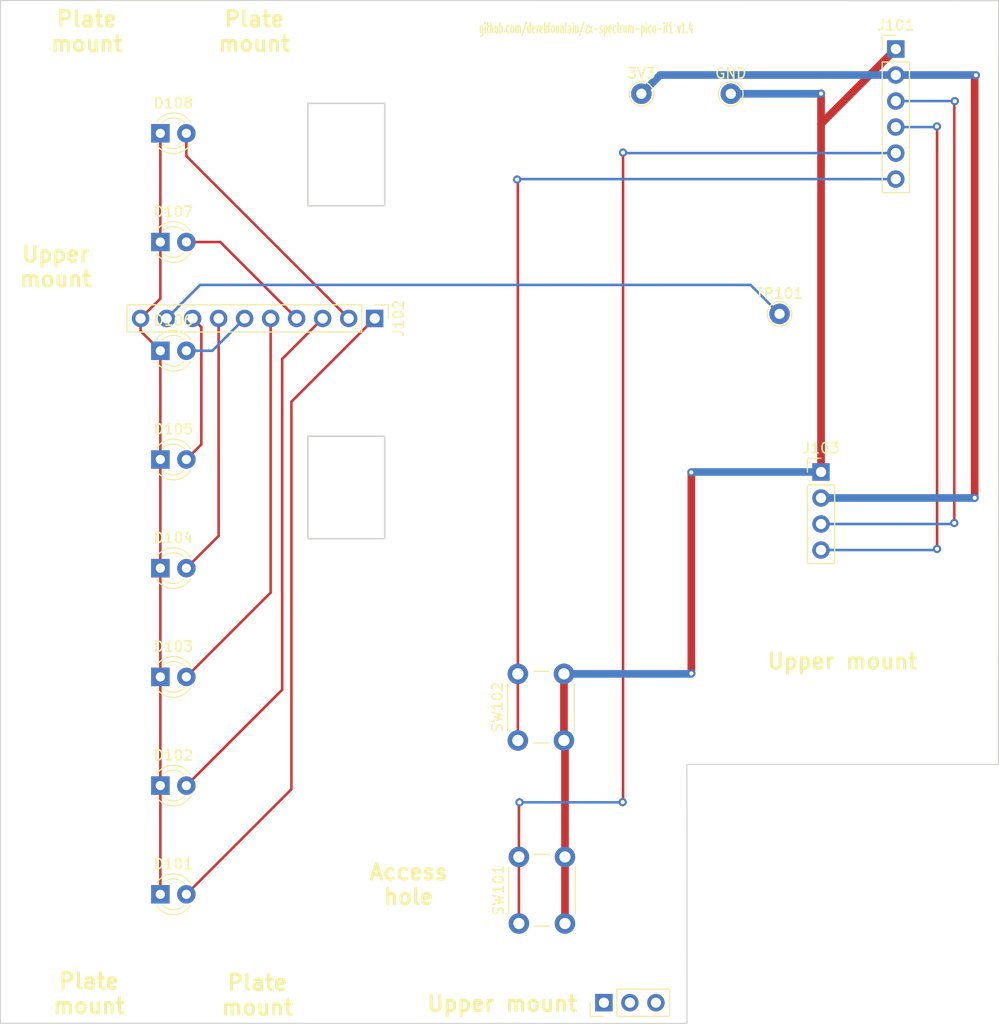
<source format=kicad_pcb>
(kicad_pcb (version 20211014) (generator pcbnew)
  (layers (0 "F.Cu" signal) (31 "B.Cu" signal) (34 "B.Paste" user) (35 "F.Paste" user) (36 "B.SilkS" user "B.Silkscreen") (37 "F.SilkS" user "F.Silkscreen") (38 "B.Mask" user) (39 "F.Mask" user) (44 "Edge.Cuts" user))
  (net 0 "")
  (net 1 "LEDS_RETURN")
  (net 2 "MD0_LED")
  (net 3 "MD2_LED")
  (net 4 "MD4_LED")
  (net 5 "MD6_LED")
  (net 6 "MD7_LED")
  (net 7 "MD5_LED")
  (net 8 "MD3_LED")
  (net 9 "MD1_LED")
  (net 10 "GND")
  (net 11 "3V3_PICO3")
  (net 12 "OLED_SCK")
  (net 13 "OLED_SDA")
  (net 14 "ACTION_SW")
  (net 15 "CANCEL_SW")
  (net 16 "TEST_BLIPPER_P3")
  (footprint "MountingHole:MountingHole_3.2mm_M3" (layer "F.Cu") (at 130.06 139.450113)
    (fp_text reference "REF**" hide)
    (fp_text value "MountingHole_3.2mm_M3" hide)
    (pad "" np_thru_hole circle locked (at 0 0) (size 3.2 3.2) (drill 3.2) (layers *.Cu *.Mask))
  )
  (footprint "TestPoint:TestPoint_THTPad_D2.0mm_Drill1.0mm" (layer "F.Cu") (at 119.24 79.31)
    (fp_text reference "GND" (at 0 -1.998) (layer "F.SilkS"))
    (fp_text value "TestPoint" hide)
    (fp_circle (center 0 0) (end 0 1.2) (layer "F.SilkS") (width 0.12) (fill none))
    (pad "1" thru_hole circle (at 0 0) (size 2 2) (drill 1) (layers *.Cu *.Mask) (net 10 "GND"))
  )
  (footprint "LED_THT:LED_D3.0mm" (layer "F.Cu") (at 63.545 115.008571)
    (fp_text reference "D105" (at 1.27 -2.96) (layer "F.SilkS"))
    (fp_text value "LED_Small")
    (fp_line (start -0.29 1.08) (end -0.29 1.236) (layer "F.SilkS") (width 0.12))
    (fp_line (start -0.29 -1.236) (end -0.29 -1.08) (layer "F.SilkS") (width 0.12))
    (fp_arc (start 2.31113 1.079837) (mid 1.270117 1.5) (end 0.229039 1.08) (layer "F.SilkS") (width 0.12))
    (fp_arc (start -0.29 -1.235516) (mid 1.366487 -1.987659) (end 2.942335 -1.078608) (layer "F.SilkS") (width 0.12))
    (fp_arc (start 2.942335 1.078608) (mid 1.366487 1.987659) (end -0.29 1.235516) (layer "F.SilkS") (width 0.12))
    (fp_arc (start 0.229039 -1.08) (mid 1.270117 -1.5) (end 2.31113 -1.079837) (layer "F.SilkS") (width 0.12))
    (pad "1" thru_hole rect (at 0 0) (size 1.8 1.8) (drill 0.9) (layers *.Cu *.Mask) (net 1 "LEDS_RETURN"))
    (pad "2" thru_hole circle (at 2.54 0) (size 1.8 1.8) (drill 0.9) (layers *.Cu *.Mask) (net 6 "MD7_LED"))
  )
  (footprint "LED_THT:LED_D3.0mm" (layer "F.Cu") (at 63.545 104.395714)
    (fp_text reference "D106" (at 1.27 -2.96) (layer "F.SilkS"))
    (fp_text value "LED_Small")
    (fp_line (start -0.29 1.08) (end -0.29 1.236) (layer "F.SilkS") (width 0.12))
    (fp_line (start -0.29 -1.236) (end -0.29 -1.08) (layer "F.SilkS") (width 0.12))
    (fp_arc (start 2.31113 1.079837) (mid 1.270117 1.5) (end 0.229039 1.08) (layer "F.SilkS") (width 0.12))
    (fp_arc (start -0.29 -1.235516) (mid 1.366487 -1.987659) (end 2.942335 -1.078608) (layer "F.SilkS") (width 0.12))
    (fp_arc (start 2.942335 1.078608) (mid 1.366487 1.987659) (end -0.29 1.235516) (layer "F.SilkS") (width 0.12))
    (fp_arc (start 0.229039 -1.08) (mid 1.270117 -1.5) (end 2.31113 -1.079837) (layer "F.SilkS") (width 0.12))
    (pad "1" thru_hole rect (at 0 0) (size 1.8 1.8) (drill 0.9) (layers *.Cu *.Mask) (net 1 "LEDS_RETURN"))
    (pad "2" thru_hole circle (at 2.54 0) (size 1.8 1.8) (drill 0.9) (layers *.Cu *.Mask) (net 7 "MD5_LED"))
  )
  (footprint "Button_Switch_THT:SW_PUSH_6mm_H4.3mm" (layer "F.Cu") (at 98.55 160.31 90)
    (fp_text reference "SW101" (at 3.25 -2 90) (layer "F.SilkS"))
    (fp_text value "SW_SPST")
    (fp_line (start 5.5 -1) (end 1 -1) (layer "F.SilkS") (width 0.12))
    (fp_line (start -0.25 1.5) (end -0.25 3) (layer "F.SilkS") (width 0.12))
    (fp_line (start 6.75 3) (end 6.75 1.5) (layer "F.SilkS") (width 0.12))
    (fp_line (start 1 5.5) (end 5.5 5.5) (layer "F.SilkS") (width 0.12))
    (pad "1" thru_hole circle (at 0 0 180) (size 2 2) (drill 1.1) (layers *.Cu *.Mask) (net 14 "ACTION_SW"))
    (pad "1" thru_hole circle (at 6.5 0 180) (size 2 2) (drill 1.1) (layers *.Cu *.Mask) (net 14 "ACTION_SW"))
    (pad "2" thru_hole circle (at 0 4.5 180) (size 2 2) (drill 1.1) (layers *.Cu *.Mask) (net 10 "GND"))
    (pad "2" thru_hole circle (at 6.5 4.5 180) (size 2 2) (drill 1.1) (layers *.Cu *.Mask) (net 10 "GND"))
  )
  (footprint "TestPoint:TestPoint_THTPad_D2.0mm_Drill1.0mm" (layer "F.Cu") (at 110.51 79.31)
    (fp_text reference "3V3" (at 0 -1.998) (layer "F.SilkS"))
    (fp_text value "TestPoint" hide)
    (fp_circle (center 0 0) (end 0 1.2) (layer "F.SilkS") (width 0.12) (fill none))
    (pad "1" thru_hole circle (at 0 0) (size 2 2) (drill 1) (layers *.Cu *.Mask) (net 11 "3V3_PICO3"))
  )
  (footprint "LED_THT:LED_D3.0mm" (layer "F.Cu") (at 63.545 125.621428)
    (fp_text reference "D104" (at 1.27 -2.96) (layer "F.SilkS"))
    (fp_text value "LED_Small")
    (fp_line (start -0.29 -1.236) (end -0.29 -1.08) (layer "F.SilkS") (width 0.12))
    (fp_line (start -0.29 1.08) (end -0.29 1.236) (layer "F.SilkS") (width 0.12))
    (fp_arc (start 2.942335 1.078608) (mid 1.366487 1.987659) (end -0.29 1.235516) (layer "F.SilkS") (width 0.12))
    (fp_arc (start 2.31113 1.079837) (mid 1.270117 1.5) (end 0.229039 1.08) (layer "F.SilkS") (width 0.12))
    (fp_arc (start -0.29 -1.235516) (mid 1.366487 -1.987659) (end 2.942335 -1.078608) (layer "F.SilkS") (width 0.12))
    (fp_arc (start 0.229039 -1.08) (mid 1.270117 -1.5) (end 2.31113 -1.079837) (layer "F.SilkS") (width 0.12))
    (pad "1" thru_hole rect (at 0 0) (size 1.8 1.8) (drill 0.9) (layers *.Cu *.Mask) (net 1 "LEDS_RETURN"))
    (pad "2" thru_hole circle (at 2.54 0) (size 1.8 1.8) (drill 0.9) (layers *.Cu *.Mask) (net 5 "MD6_LED"))
  )
  (footprint "TestPoint:TestPoint_THTPad_D2.0mm_Drill1.0mm" (layer "F.Cu") (at 124 100.8)
    (fp_text reference "TP101" (at 0 -1.998) (layer "F.SilkS"))
    (fp_text value "TestPoint")
    (fp_circle (center 0 0) (end 0 1.2) (layer "F.SilkS") (width 0.12) (fill none))
    (pad "1" thru_hole circle (at 0 0) (size 2 2) (drill 1) (layers *.Cu *.Mask) (net 16 "TEST_BLIPPER_P3"))
  )
  (footprint "Connector_PinHeader_2.54mm:PinHeader_1x04_P2.54mm_Vertical" (layer "F.Cu") (at 128.05 116.23)
    (fp_text reference "J103" (at 0 -2.33) (layer "F.SilkS"))
    (fp_text value "Conn_01x04_Female")
    (fp_line (start -1.33 8.95) (end 1.33 8.95) (layer "F.SilkS") (width 0.12))
    (fp_line (start -1.33 1.27) (end -1.33 8.95) (layer "F.SilkS") (width 0.12))
    (fp_line (start -1.33 1.27) (end 1.33 1.27) (layer "F.SilkS") (width 0.12))
    (fp_line (start -1.33 0) (end -1.33 -1.33) (layer "F.SilkS") (width 0.12))
    (fp_line (start 1.33 1.27) (end 1.33 8.95) (layer "F.SilkS") (width 0.12))
    (fp_line (start -1.33 -1.33) (end 0 -1.33) (layer "F.SilkS") (width 0.12))
    (pad "1" thru_hole rect locked (at 0 0) (size 1.7 1.7) (drill 1) (layers *.Cu *.Mask) (net 10 "GND"))
    (pad "2" thru_hole oval locked (at 0 2.54) (size 1.7 1.7) (drill 1) (layers *.Cu *.Mask) (net 11 "3V3_PICO3"))
    (pad "3" thru_hole oval locked (at 0 5.08) (size 1.7 1.7) (drill 1) (layers *.Cu *.Mask) (net 12 "OLED_SCK"))
    (pad "4" thru_hole oval locked (at 0 7.62) (size 1.7 1.7) (drill 1) (layers *.Cu *.Mask) (net 13 "OLED_SDA"))
  )
  (footprint "MountingHole:MountingHole_4.3mm_M4" (layer "F.Cu") (at 88.22 148.46)
    (fp_text reference "REF**" hide)
    (fp_text value "MountingHole_4.3mm_M4" hide)
    (pad "" np_thru_hole circle (at 0 0) (size 4.3 4.3) (drill 4.3) (layers F&B.Cu *.Mask))
  )
  (footprint "Button_Switch_THT:SW_PUSH_6mm_H4.3mm" (layer "F.Cu") (at 98.45 142.44 90)
    (fp_text reference "SW102" (at 3.25 -2 90) (layer "F.SilkS"))
    (fp_text value "SW_SPST")
    (fp_line (start 6.75 3) (end 6.75 1.5) (layer "F.SilkS") (width 0.12))
    (fp_line (start 1 5.5) (end 5.5 5.5) (layer "F.SilkS") (width 0.12))
    (fp_line (start -0.25 1.5) (end -0.25 3) (layer "F.SilkS") (width 0.12))
    (fp_line (start 5.5 -1) (end 1 -1) (layer "F.SilkS") (width 0.12))
    (pad "1" thru_hole circle (at 6.5 0 180) (size 2 2) (drill 1.1) (layers *.Cu *.Mask) (net 15 "CANCEL_SW"))
    (pad "1" thru_hole circle (at 0 0 180) (size 2 2) (drill 1.1) (layers *.Cu *.Mask) (net 15 "CANCEL_SW"))
    (pad "2" thru_hole circle (at 6.5 4.5 180) (size 2 2) (drill 1.1) (layers *.Cu *.Mask) (net 10 "GND"))
    (pad "2" thru_hole circle (at 0 4.5 180) (size 2 2) (drill 1.1) (layers *.Cu *.Mask) (net 10 "GND"))
  )
  (footprint "LED_THT:LED_D3.0mm" (layer "F.Cu") (at 63.545 136.234285)
    (fp_text reference "D103" (at 1.27 -2.96) (layer "F.SilkS"))
    (fp_text value "LED_Small")
    (fp_line (start -0.29 -1.236) (end -0.29 -1.08) (layer "F.SilkS") (width 0.12))
    (fp_line (start -0.29 1.08) (end -0.29 1.236) (layer "F.SilkS") (width 0.12))
    (fp_arc (start 2.942335 1.078608) (mid 1.366487 1.987659) (end -0.29 1.235516) (layer "F.SilkS") (width 0.12))
    (fp_arc (start 0.229039 -1.08) (mid 1.270117 -1.5) (end 2.31113 -1.079837) (layer "F.SilkS") (width 0.12))
    (fp_arc (start -0.29 -1.235516) (mid 1.366487 -1.987659) (end 2.942335 -1.078608) (layer "F.SilkS") (width 0.12))
    (fp_arc (start 2.31113 1.079837) (mid 1.270117 1.5) (end 0.229039 1.08) (layer "F.SilkS") (width 0.12))
    (pad "1" thru_hole rect (at 0 0) (size 1.8 1.8) (drill 0.9) (layers *.Cu *.Mask) (net 1 "LEDS_RETURN"))
    (pad "2" thru_hole circle (at 2.54 0) (size 1.8 1.8) (drill 0.9) (layers *.Cu *.Mask) (net 4 "MD4_LED"))
  )
  (footprint "MountingHole:MountingHole_3.2mm_M3" (layer "F.Cu") (at 56.59 79.052856 -90)
    (fp_text reference "REF**" hide)
    (fp_text value "MountingHole_3.2mm_M3" hide)
    (pad "" np_thru_hole circle locked (at 0 0 270) (size 3.2 3.2) (drill 3.2) (layers F&B.Cu *.Mask))
  )
  (footprint "LED_THT:LED_D3.0mm" (layer "F.Cu") (at 63.545 83.17)
    (fp_text reference "D108" (at 1.27 -2.96) (layer "F.SilkS"))
    (fp_text value "LED_Small")
    (fp_line (start -0.29 -1.236) (end -0.29 -1.08) (layer "F.SilkS") (width 0.12))
    (fp_line (start -0.29 1.08) (end -0.29 1.236) (layer "F.SilkS") (width 0.12))
    (fp_arc (start -0.29 -1.235516) (mid 1.366487 -1.987659) (end 2.942335 -1.078608) (layer "F.SilkS") (width 0.12))
    (fp_arc (start 2.31113 1.079837) (mid 1.270117 1.5) (end 0.229039 1.08) (layer "F.SilkS") (width 0.12))
    (fp_arc (start 0.229039 -1.08) (mid 1.270117 -1.5) (end 2.31113 -1.079837) (layer "F.SilkS") (width 0.12))
    (fp_arc (start 2.942335 1.078608) (mid 1.366487 1.987659) (end -0.29 1.235516) (layer "F.SilkS") (width 0.12))
    (pad "1" thru_hole rect (at 0 0) (size 1.8 1.8) (drill 0.9) (layers *.Cu *.Mask) (net 1 "LEDS_RETURN"))
    (pad "2" thru_hole circle (at 2.54 0) (size 1.8 1.8) (drill 0.9) (layers *.Cu *.Mask) (net 9 "MD1_LED"))
  )
  (footprint "LED_THT:LED_D3.0mm" (layer "F.Cu") (at 63.545 93.782857)
    (fp_text reference "D107" (at 1.27 -2.96) (layer "F.SilkS"))
    (fp_text value "LED_Small")
    (fp_line (start -0.29 1.08) (end -0.29 1.236) (layer "F.SilkS") (width 0.12))
    (fp_line (start -0.29 -1.236) (end -0.29 -1.08) (layer "F.SilkS") (width 0.12))
    (fp_arc (start 0.229039 -1.08) (mid 1.270117 -1.5) (end 2.31113 -1.079837) (layer "F.SilkS") (width 0.12))
    (fp_arc (start 2.31113 1.079837) (mid 1.270117 1.5) (end 0.229039 1.08) (layer "F.SilkS") (width 0.12))
    (fp_arc (start 2.942335 1.078608) (mid 1.366487 1.987659) (end -0.29 1.235516) (layer "F.SilkS") (width 0.12))
    (fp_arc (start -0.29 -1.235516) (mid 1.366487 -1.987659) (end 2.942335 -1.078608) (layer "F.SilkS") (width 0.12))
    (pad "1" thru_hole rect (at 0 0) (size 1.8 1.8) (drill 0.9) (layers *.Cu *.Mask) (net 1 "LEDS_RETURN"))
    (pad "2" thru_hole circle (at 2.54 0) (size 1.8 1.8) (drill 0.9) (layers *.Cu *.Mask) (net 8 "MD3_LED"))
  )
  (footprint "LED_THT:LED_D3.0mm" (layer "F.Cu") (at 63.545 157.46)
    (fp_text reference "D101" (at 1.27 -2.96) (layer "F.SilkS"))
    (fp_text value "LED_Small")
    (fp_line (start -0.29 -1.236) (end -0.29 -1.08) (layer "F.SilkS") (width 0.12))
    (fp_line (start -0.29 1.08) (end -0.29 1.236) (layer "F.SilkS") (width 0.12))
    (fp_arc (start 2.31113 1.079837) (mid 1.270117 1.5) (end 0.229039 1.08) (layer "F.SilkS") (width 0.12))
    (fp_arc (start -0.29 -1.235516) (mid 1.366487 -1.987659) (end 2.942335 -1.078608) (layer "F.SilkS") (width 0.12))
    (fp_arc (start 0.229039 -1.08) (mid 1.270117 -1.5) (end 2.31113 -1.079837) (layer "F.SilkS") (width 0.12))
    (fp_arc (start 2.942335 1.078608) (mid 1.366487 1.987659) (end -0.29 1.235516) (layer "F.SilkS") (width 0.12))
    (pad "1" thru_hole rect (at 0 0) (size 1.8 1.8) (drill 0.9) (layers *.Cu *.Mask) (net 1 "LEDS_RETURN"))
    (pad "2" thru_hole circle (at 2.54 0) (size 1.8 1.8) (drill 0.9) (layers *.Cu *.Mask) (net 2 "MD0_LED"))
  )
  (footprint "MountingHole:MountingHole_3.2mm_M3" (layer "F.Cu") (at 56.61 161.242856 -90)
    (fp_text reference "REF**" hide)
    (fp_text value "MountingHole_3.2mm_M3" hide)
    (pad "" np_thru_hole circle locked (at 0 0 270) (size 3.2 3.2) (drill 3.2) (layers F&B.Cu *.Mask))
  )
  (footprint "Connector_PinHeader_2.54mm:PinHeader_1x10_P2.54mm_Vertical" (layer "F.Cu") (at 84.475 101.24 -90)
    (fp_text reference "J102" (at 0 -2.33 90) (layer "F.SilkS"))
    (fp_text value "Conn_01x10_Male")
    (fp_line (start 1.33 1.27) (end 1.33 24.19) (layer "F.SilkS") (width 0.12))
    (fp_line (start -1.33 1.27) (end -1.33 24.19) (layer "F.SilkS") (width 0.12))
    (fp_line (start -1.33 -1.33) (end 0 -1.33) (layer "F.SilkS") (width 0.12))
    (fp_line (start -1.33 0) (end -1.33 -1.33) (layer "F.SilkS") (width 0.12))
    (fp_line (start -1.33 1.27) (end 1.33 1.27) (layer "F.SilkS") (width 0.12))
    (fp_line (start -1.33 24.19) (end 1.33 24.19) (layer "F.SilkS") (width 0.12))
    (pad "1" thru_hole rect locked (at 0 0 270) (size 1.7 1.7) (drill 1) (layers *.Cu *.Mask) (net 2 "MD0_LED"))
    (pad "2" thru_hole oval locked (at 0 2.54 270) (size 1.7 1.7) (drill 1) (layers *.Cu *.Mask) (net 9 "MD1_LED"))
    (pad "3" thru_hole oval locked (at 0 5.08 270) (size 1.7 1.7) (drill 1) (layers *.Cu *.Mask) (net 3 "MD2_LED"))
    (pad "4" thru_hole oval locked (at 0 7.62 270) (size 1.7 1.7) (drill 1) (layers *.Cu *.Mask) (net 8 "MD3_LED"))
    (pad "5" thru_hole oval locked (at 0 10.16 270) (size 1.7 1.7) (drill 1) (layers *.Cu *.Mask) (net 4 "MD4_LED"))
    (pad "6" thru_hole oval locked (at 0 12.7 270) (size 1.7 1.7) (drill 1) (layers *.Cu *.Mask) (net 7 "MD5_LED"))
    (pad "7" thru_hole oval locked (at 0 15.24 270) (size 1.7 1.7) (drill 1) (layers *.Cu *.Mask) (net 5 "MD6_LED"))
    (pad "8" thru_hole oval locked (at 0 17.78 270) (size 1.7 1.7) (drill 1) (layers *.Cu *.Mask) (net 6 "MD7_LED"))
    (pad "9" thru_hole oval locked (at 0 20.32 270) (size 1.7 1.7) (drill 1) (layers *.Cu *.Mask) (net 16 "TEST_BLIPPER_P3"))
    (pad "10" thru_hole oval locked (at 0 22.86 270) (size 1.7 1.7) (drill 1) (layers *.Cu *.Mask) (net 1 "LEDS_RETURN"))
  )
  (footprint "Connector_PinHeader_2.54mm:PinHeader_1x03_P2.54mm_Vertical" (layer "F.Cu") (at 106.85 168.04 90)
    (fp_text reference "REF**" hide)
    (fp_text value "PinHeader_1x03_P2.54mm_Vertical" hide)
    (fp_line (start -1.33 -1.33) (end 0 -1.33) (layer "F.SilkS") (width 0.12))
    (fp_line (start -1.33 0) (end -1.33 -1.33) (layer "F.SilkS") (width 0.12))
    (fp_line (start -1.33 1.27) (end 1.33 1.27) (layer "F.SilkS") (width 0.12))
    (fp_line (start -1.33 1.27) (end -1.33 6.41) (layer "F.SilkS") (width 0.12))
    (fp_line (start 1.33 1.27) (end 1.33 6.41) (layer "F.SilkS") (width 0.12))
    (fp_line (start -1.33 6.41) (end 1.33 6.41) (layer "F.SilkS") (width 0.12))
    (pad "1" thru_hole rect locked (at 0 0 90) (size 1.7 1.7) (drill 1) (layers F&B.Cu *.Mask))
    (pad "2" thru_hole oval locked (at 0 2.54 90) (size 1.7 1.7) (drill 1) (layers F&B.Cu *.Mask))
    (pad "3" thru_hole oval locked (at 0 5.08 90) (size 1.7 1.7) (drill 1) (layers F&B.Cu *.Mask))
  )
  (footprint "MountingHole:MountingHole_3.2mm_M3" (layer "F.Cu") (at 56.46 89.350113)
    (fp_text reference "REF**" hide)
    (fp_text value "MountingHole_3.2mm_M3" hide)
    (pad "" np_thru_hole circle locked (at 0 0) (size 3.2 3.2) (drill 3.2) (layers *.Cu *.Mask))
  )
  (footprint "LED_THT:LED_D3.0mm" (layer "F.Cu") (at 63.545 146.847142)
    (fp_text reference "D102" (at 1.27 -2.96) (layer "F.SilkS"))
    (fp_text value "LED_Small")
    (fp_line (start -0.29 -1.236) (end -0.29 -1.08) (layer "F.SilkS") (width 0.12))
    (fp_line (start -0.29 1.08) (end -0.29 1.236) (layer "F.SilkS") (width 0.12))
    (fp_arc (start 2.31113 1.079837) (mid 1.270117 1.5) (end 0.229039 1.08) (layer "F.SilkS") (width 0.12))
    (fp_arc (start -0.29 -1.235516) (mid 1.366487 -1.987659) (end 2.942335 -1.078608) (layer "F.SilkS") (width 0.12))
    (fp_arc (start 0.229039 -1.08) (mid 1.270117 -1.5) (end 2.31113 -1.079837) (layer "F.SilkS") (width 0.12))
    (fp_arc (start 2.942335 1.078608) (mid 1.366487 1.987659) (end -0.29 1.235516) (layer "F.SilkS") (width 0.12))
    (pad "1" thru_hole rect (at 0 0) (size 1.8 1.8) (drill 0.9) (layers *.Cu *.Mask) (net 1 "LEDS_RETURN"))
    (pad "2" thru_hole circle (at 2.54 0) (size 1.8 1.8) (drill 0.9) (layers *.Cu *.Mask) (net 3 "MD2_LED"))
  )
  (footprint "MountingHole:MountingHole_3.2mm_M3" (layer "F.Cu") (at 73.03 161.302856 -90)
    (fp_text reference "REF**" hide)
    (fp_text value "MountingHole_3.2mm_M3" hide)
    (pad "" np_thru_hole circle locked (at 0 0 270) (size 3.2 3.2) (drill 3.2) (layers F&B.Cu *.Mask))
  )
  (footprint "Connector_PinHeader_2.54mm:PinHeader_1x06_P2.54mm_Vertical" (layer "F.Cu") (at 135.35 74.94)
    (fp_text reference "J101" (at 0 -2.33) (layer "F.SilkS"))
    (fp_text value "Conn_01x06_Male")
    (fp_line (start -1.33 0) (end -1.33 -1.33) (layer "F.SilkS") (width 0.12))
    (fp_line (start -1.33 1.27) (end -1.33 14.03) (layer "F.SilkS") (width 0.12))
    (fp_line (start 1.33 1.27) (end 1.33 14.03) (layer "F.SilkS") (width 0.12))
    (fp_line (start -1.33 14.03) (end 1.33 14.03) (layer "F.SilkS") (width 0.12))
    (fp_line (start -1.33 1.27) (end 1.33 1.27) (layer "F.SilkS") (width 0.12))
    (fp_line (start -1.33 -1.33) (end 0 -1.33) (layer "F.SilkS") (width 0.12))
    (pad "1" thru_hole rect locked (at 0 0) (size 1.7 1.7) (drill 1) (layers *.Cu *.Mask) (net 10 "GND"))
    (pad "2" thru_hole oval locked (at 0 2.54) (size 1.7 1.7) (drill 1) (layers *.Cu *.Mask) (net 11 "3V3_PICO3"))
    (pad "3" thru_hole oval locked (at 0 5.08) (size 1.7 1.7) (drill 1) (layers *.Cu *.Mask) (net 12 "OLED_SCK"))
    (pad "4" thru_hole oval locked (at 0 7.62) (size 1.7 1.7) (drill 1) (layers *.Cu *.Mask) (net 13 "OLED_SDA"))
    (pad "5" thru_hole oval locked (at 0 10.16) (size 1.7 1.7) (drill 1) (layers *.Cu *.Mask) (net 14 "ACTION_SW"))
    (pad "6" thru_hole oval locked (at 0 12.7) (size 1.7 1.7) (drill 1) (layers *.Cu *.Mask) (net 15 "CANCEL_SW"))
  )
  (footprint "MountingHole:MountingHole_3.2mm_M3" (layer "F.Cu") (at 72.99 79.11)
    (fp_text reference "REF**" hide)
    (fp_text value "MountingHole_3.2mm_M3" hide)
    (pad "" np_thru_hole circle locked (at 0 0) (size 3.2 3.2) (drill 3.2) (layers F&B.Cu *.Mask))
  )
  (gr_line (start 47.94 70.205) (end 145.38 70.22) (layer "Edge.Cuts") (width 0.1))
  (gr_line (start 145.37 144.78) (end 114.96 144.78) (layer "Edge.Cuts") (width 0.1))
  (gr_rect (start 77.95 80.24) (end 85.45 90.24) (layer "Edge.Cuts") (width 0.15) (fill none))
  (gr_line (start 145.38 70.22) (end 145.37 144.78) (layer "Edge.Cuts") (width 0.1))
  (gr_line (start 114.96 144.78) (end 114.97 170.06) (layer "Edge.Cuts") (width 0.1))
  (gr_rect (start 77.95 112.74) (end 85.45 122.74) (layer "Edge.Cuts") (width 0.15) (fill none))
  (gr_line (start 47.94 170.055) (end 47.94 70.23) (layer "Edge.Cuts") (width 0.1))
  (gr_line (start 114.97 170.06) (end 47.94 170.055) (layer "Edge.Cuts") (width 0.1))
  (gr_text "Upper mount" (at 96.91 168.13) (layer "F.SilkS") (effects (font (size 1.5 1.5) (thickness 0.3))))
  (gr_text "github.com/derekfountain/zx-spectrum-pico-if1 v1.4" (at 105.13 72.9) (layer "F.SilkS") (effects (font (size 1 0.5) (thickness 0.125))))
  (gr_text "Access\nhole" (at 87.79 156.49) (layer "F.SilkS") (effects (font (size 1.5 1.5) (thickness 0.3))))
  (gr_text "Plate\nmount" (at 73.02 167.29) (layer "F.SilkS") (effects (font (size 1.5 1.5) (thickness 0.3))))
  (gr_text "Plate\nmount" (at 56.37 73.23) (layer "F.SilkS") (effects (font (size 1.5 1.5) (thickness 0.3))))
  (gr_text "Upper\nmount" (at 53.315 96.18) (layer "F.SilkS") (effects (font (size 1.5 1.5) (thickness 0.3))))
  (gr_text "Plate\nmount" (at 72.73 73.22) (layer "F.SilkS") (effects (font (size 1.5 1.5) (thickness 0.3))))
  (gr_text "Upper mount" (at 130.13 134.71) (layer "F.SilkS") (effects (font (size 1.5 1.5) (thickness 0.3))))
  (gr_text "Plate\nmount" (at 56.58 167.15) (layer "F.SilkS") (effects (font (size 1.5 1.5) (thickness 0.3))))
  (segment (start 63.545 104.395714) (end 63.545 115.008571) (width 0.25) (layer "F.Cu") (net 1))
  (segment (start 61.615 102.465714) (end 63.545 104.395714) (width 0.25) (layer "F.Cu") (net 1))
  (segment (start 63.545 125.621428) (end 63.545 136.234285) (width 0.25) (layer "F.Cu") (net 1))
  (segment (start 63.545 83.17) (end 63.545 93.782857) (width 0.25) (layer "F.Cu") (net 1))
  (segment (start 63.545 146.847142) (end 63.545 157.46) (width 0.25) (layer "F.Cu") (net 1))
  (segment (start 63.545 93.782857) (end 63.545 99.31) (width 0.25) (layer "F.Cu") (net 1))
  (segment (start 61.615 101.24) (end 61.615 102.465714) (width 0.25) (layer "F.Cu") (net 1))
  (segment (start 63.545 136.234285) (end 63.545 146.847142) (width 0.25) (layer "F.Cu") (net 1))
  (segment (start 63.545 99.31) (end 61.615 101.24) (width 0.25) (layer "F.Cu") (net 1))
  (segment (start 63.545 115.008571) (end 63.545 125.621428) (width 0.25) (layer "F.Cu") (net 1))
  (segment (start 76.34 109.375) (end 76.34 147.205) (width 0.25) (layer "F.Cu") (net 2))
  (segment (start 84.475 101.24) (end 76.34 109.375) (width 0.25) (layer "F.Cu") (net 2))
  (segment (start 76.34 147.205) (end 66.085 157.46) (width 0.25) (layer "F.Cu") (net 2))
  (segment (start 75.44 105.195) (end 79.395 101.24) (width 0.25) (layer "F.Cu") (net 3))
  (segment (start 75.44 137.492142) (end 75.44 105.195) (width 0.25) (layer "F.Cu") (net 3))
  (segment (start 66.085 146.847142) (end 75.44 137.492142) (width 0.25) (layer "F.Cu") (net 3))
  (segment (start 74.315 128.004285) (end 66.085 136.234285) (width 0.25) (layer "F.Cu") (net 4))
  (segment (start 74.315 101.24) (end 74.315 128.004285) (width 0.25) (layer "F.Cu") (net 4))
  (segment (start 69.235 101.24) (end 69.235 122.471428) (width 0.25) (layer "F.Cu") (net 5))
  (segment (start 69.235 122.471428) (end 66.085 125.621428) (width 0.25) (layer "F.Cu") (net 5))
  (segment (start 67.545 113.548571) (end 66.085 115.008571) (width 0.25) (layer "F.Cu") (net 6))
  (segment (start 67.545 102.09) (end 67.545 113.548571) (width 0.25) (layer "F.Cu") (net 6))
  (segment (start 66.695 101.24) (end 67.545 102.09) (width 0.25) (layer "F.Cu") (net 6))
  (segment (start 66.085 104.395714) (end 68.619286 104.395714) (width 0.25) (layer "B.Cu") (net 7))
  (segment (start 68.619286 104.395714) (end 71.775 101.24) (width 0.25) (layer "B.Cu") (net 7))
  (segment (start 66.085 93.782857) (end 69.397857 93.782857) (width 0.25) (layer "F.Cu") (net 8))
  (segment (start 69.397857 93.782857) (end 76.855 101.24) (width 0.25) (layer "F.Cu") (net 8))
  (segment (start 66.085 85.39) (end 81.935 101.24) (width 0.25) (layer "F.Cu") (net 9))
  (segment (start 66.085 83.17) (end 66.085 85.39) (width 0.25) (layer "F.Cu") (net 9))
  (segment (start 115.39 135.9) (end 115.39 116.27) (width 0.75) (layer "F.Cu") (net 10))
  (segment (start 103.05 153.81) (end 103.05 142.54) (width 0.75) (layer "F.Cu") (net 10))
  (segment (start 103.05 160.31) (end 103.05 153.81) (width 0.75) (layer "F.Cu") (net 10))
  (segment (start 128.05 116.23) (end 128.05 82.24) (width 0.75) (layer "F.Cu") (net 10))
  (segment (start 128.05 82.24) (end 135.35 74.94) (width 0.75) (layer "F.Cu") (net 10))
  (segment (start 128.05 82.24) (end 128.05 79.29) (width 0.75) (layer "F.Cu") (net 10))
  (segment (start 102.95 142.44) (end 102.95 135.94) (width 0.75) (layer "F.Cu") (net 10))
  (via (at 115.39 135.9) (size 0.8) (drill 0.4) (layers "F.Cu" "B.Cu") (net 10))
  (via (at 128.05 79.29) (size 0.8) (drill 0.4) (layers "F.Cu" "B.Cu") (net 10))
  (via (at 115.39 116.27) (size 0.8) (drill 0.4) (layers "F.Cu" "B.Cu") (net 10))
  (segment (start 102.95 135.94) (end 115.35 135.94) (width 0.75) (layer "B.Cu") (net 10))
  (segment (start 115.43 116.23) (end 128.05 116.23) (width 0.75) (layer "B.Cu") (net 10))
  (segment (start 128.05 79.29) (end 128.03 79.31) (width 0.25) (layer "B.Cu") (net 10))
  (segment (start 128.03 79.31) (end 119.24 79.31) (width 0.75) (layer "B.Cu") (net 10))
  (segment (start 115.35 135.94) (end 115.39 135.9) (width 0.25) (layer "B.Cu") (net 10))
  (segment (start 115.39 116.27) (end 115.43 116.23) (width 0.25) (layer "B.Cu") (net 10))
  (segment (start 143.05 118.76) (end 143.05 77.62) (width 0.75) (layer "F.Cu") (net 11))
  (segment (start 143.05 77.62) (end 143.17 77.5) (width 0.25) (layer "F.Cu") (net 11))
  (via (at 143.17 77.5) (size 0.8) (drill 0.4) (layers "F.Cu" "B.Cu") (net 11))
  (via (at 143.05 118.76) (size 0.8) (drill 0.4) (layers "F.Cu" "B.Cu") (net 11))
  (segment (start 135.35 77.48) (end 112.34 77.48) (width 0.75) (layer "B.Cu") (net 11))
  (segment (start 143.17 77.5) (end 143.15 77.48) (width 0.25) (layer "B.Cu") (net 11))
  (segment (start 128.05 118.77) (end 143.04 118.77) (width 0.75) (layer "B.Cu") (net 11))
  (segment (start 143.04 118.77) (end 143.05 118.76) (width 0.25) (layer "B.Cu") (net 11))
  (segment (start 112.34 77.48) (end 110.51 79.31) (width 0.75) (layer "B.Cu") (net 11))
  (segment (start 143.15 77.48) (end 135.35 77.48) (width 0.75) (layer "B.Cu") (net 11))
  (segment (start 141.06 80.08) (end 141.11 80.03) (width 0.25) (layer "F.Cu") (net 12))
  (segment (start 141.06 121.21) (end 141.06 80.08) (width 0.25) (layer "F.Cu") (net 12))
  (via (at 141.11 80.03) (size 0.8) (drill 0.4) (layers "F.Cu" "B.Cu") (net 12))
  (via (at 141.06 121.21) (size 0.8) (drill 0.4) (layers "F.Cu" "B.Cu") (net 12))
  (segment (start 141.11 80.03) (end 141.1 80.02) (width 0.25) (layer "B.Cu") (net 12))
  (segment (start 140.96 121.31) (end 141.06 121.21) (width 0.25) (layer "B.Cu") (net 12))
  (segment (start 141.1 80.02) (end 135.35 80.02) (width 0.25) (layer "B.Cu") (net 12))
  (segment (start 128.05 121.31) (end 140.96 121.31) (width 0.25) (layer "B.Cu") (net 12))
  (segment (start 139.38 123.74) (end 139.38 82.51) (width 0.25) (layer "F.Cu") (net 13))
  (segment (start 139.38 82.51) (end 139.37 82.5) (width 0.25) (layer "F.Cu") (net 13))
  (via (at 139.37 82.5) (size 0.8) (drill 0.4) (layers "F.Cu" "B.Cu") (net 13))
  (via (at 139.38 123.74) (size 0.8) (drill 0.4) (layers "F.Cu" "B.Cu") (net 13))
  (segment (start 139.37 82.5) (end 139.31 82.56) (width 0.25) (layer "B.Cu") (net 13))
  (segment (start 139.31 82.56) (end 135.35 82.56) (width 0.25) (layer "B.Cu") (net 13))
  (segment (start 139.27 123.85) (end 139.38 123.74) (width 0.25) (layer "B.Cu") (net 13))
  (segment (start 128.05 123.85) (end 139.27 123.85) (width 0.25) (layer "B.Cu") (net 13))
  (segment (start 98.55 153.81) (end 98.55 148.54) (width 0.25) (layer "F.Cu") (net 14))
  (segment (start 98.55 160.31) (end 98.55 153.81) (width 0.25) (layer "F.Cu") (net 14))
  (segment (start 108.68 148.46) (end 108.72 148.42) (width 0.25) (layer "F.Cu") (net 14))
  (segment (start 98.55 148.54) (end 98.61 148.48) (width 0.25) (layer "F.Cu") (net 14))
  (segment (start 108.72 148.42) (end 108.72 85.05) (width 0.25) (layer "F.Cu") (net 14))
  (via (at 108.72 85.05) (size 0.8) (drill 0.4) (layers "F.Cu" "B.Cu") (net 14))
  (via (at 108.68 148.46) (size 0.8) (drill 0.4) (layers "F.Cu" "B.Cu") (net 14))
  (via (at 98.61 148.48) (size 0.8) (drill 0.4) (layers "F.Cu" "B.Cu") (net 14))
  (segment (start 108.66 148.48) (end 108.68 148.46) (width 0.25) (layer "B.Cu") (net 14))
  (segment (start 108.72 85.05) (end 108.77 85.1) (width 0.25) (layer "B.Cu") (net 14))
  (segment (start 98.61 148.48) (end 108.66 148.48) (width 0.25) (layer "B.Cu") (net 14))
  (segment (start 108.77 85.1) (end 135.35 85.1) (width 0.25) (layer "B.Cu") (net 14))
  (segment (start 98.45 135.94) (end 98.45 87.75) (width 0.25) (layer "F.Cu") (net 15))
  (segment (start 98.45 87.75) (end 98.38 87.68) (width 0.25) (layer "F.Cu") (net 15))
  (segment (start 98.45 142.44) (end 98.45 135.94) (width 0.25) (layer "F.Cu") (net 15))
  (via (at 98.38 87.68) (size 0.8) (drill 0.4) (layers "F.Cu" "B.Cu") (net 15))
  (segment (start 98.38 87.68) (end 98.42 87.64) (width 0.25) (layer "B.Cu") (net 15))
  (segment (start 98.42 87.64) (end 135.35 87.64) (width 0.25) (layer "B.Cu") (net 15))
  (segment (start 64.155 101.24) (end 67.425 97.97) (width 0.25) (layer "B.Cu") (net 16))
  (segment (start 67.425 97.97) (end 121.17 97.97) (width 0.25) (layer "B.Cu") (net 16))
  (segment (start 121.17 97.97) (end 124 100.8) (width 0.25) (layer "B.Cu") (net 16))
)
</source>
